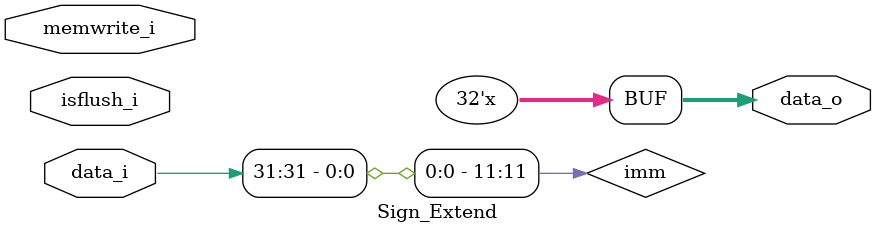
<source format=v>
module Sign_Extend
(
    data_i,
    memwrite_i,
    isflush_i,
    data_o
);

input [31:0] data_i;
input memwrite_i,isflush_i;
output [31:0] data_o;
reg [11:0] imm;
reg [31:0] data_o;
// assign imm = data_i[31:20];
// 	assign data_o = {{20{imm[11]}}, imm};
always @*
begin 
	if (memwrite_i) begin //SW
		imm <= {data_i[31:25], data_i[11:7]};
		data_o<= {{20{imm[11]}}, imm};
	end
	else if (isflush_i) begin
		// imm<= {data_i[31],data_i[7],data_i[30:25],data_i[11:8]};
		imm[11] <= data_i[31];
		imm[10] <= data_i[7];
		imm[9:4]<= data_i[30:25];
		imm[3:0] <= data_i[11:8];
		data_o<= {{20{imm[11]}}, imm};
	end
	else begin
		imm <= data_i[31:20];
		data_o<= {{20{imm[11]}}, imm};
	end
end 
endmodule

</source>
